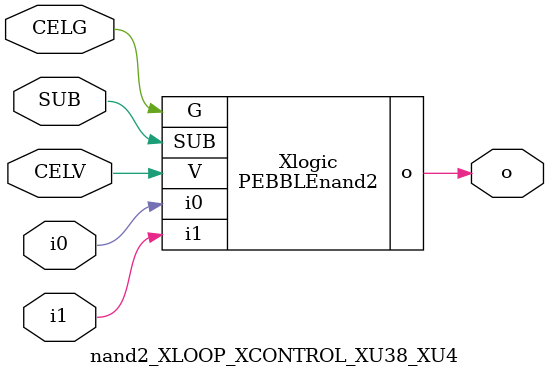
<source format=v>



module PEBBLEnand2 ( o, G, SUB, V, i0, i1 );

  input i0;
  input V;
  input i1;
  input G;
  output o;
  input SUB;
endmodule

//Celera Confidential Do Not Copy nand2_XLOOP_XCONTROL_XU38_XU4
//Celera Confidential Symbol Generator
//5V NAND2
module nand2_XLOOP_XCONTROL_XU38_XU4 (CELV,CELG,i0,i1,o,SUB);
input CELV;
input CELG;
input i0;
input i1;
input SUB;
output o;

//Celera Confidential Do Not Copy nand2
PEBBLEnand2 Xlogic(
.V (CELV),
.i0 (i0),
.i1 (i1),
.o (o),
.SUB (SUB),
.G (CELG)
);
//,diesize,PEBBLEnand2

//Celera Confidential Do Not Copy Module End
//Celera Schematic Generator
endmodule

</source>
